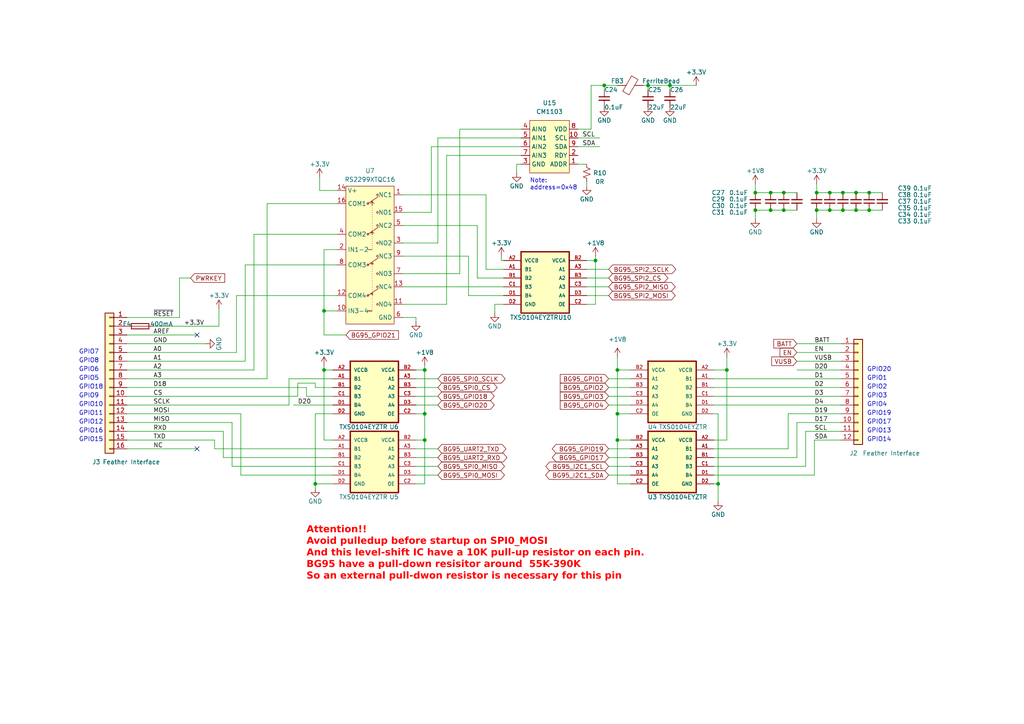
<source format=kicad_sch>
(kicad_sch (version 20230121) (generator eeschema)
  (paper "A4")
  (lib_symbols
    (symbol "Connector_Generic:Conn_01x12" (pin_names (offset 1.016) hide)
      (property "Reference" "J" (at 0 15.24 0))
      (property "Value" "Conn_01x12" (at 0 -17.78 0))
      (symbol "Conn_01x12_1_1"
        (rectangle (start -1.27 -15.113) (end 0 -15.367) (stroke (width 0.1524)))
        (rectangle (start -1.27 -12.573) (end 0 -12.827) (stroke (width 0.1524)))
        (rectangle (start -1.27 -10.033) (end 0 -10.287) (stroke (width 0.1524)))
        (rectangle (start -1.27 -7.493) (end 0 -7.747) (stroke (width 0.1524)))
        (rectangle (start -1.27 -4.953) (end 0 -5.207) (stroke (width 0.1524)))
        (rectangle (start -1.27 -2.413) (end 0 -2.667) (stroke (width 0.1524)))
        (rectangle (start -1.27 0.127) (end 0 -0.127) (stroke (width 0.1524)))
        (rectangle (start -1.27 2.667) (end 0 2.413) (stroke (width 0.1524)))
        (rectangle (start -1.27 5.207) (end 0 4.953) (stroke (width 0.1524)))
        (rectangle (start -1.27 7.747) (end 0 7.493) (stroke (width 0.1524)))
        (rectangle (start -1.27 10.287) (end 0 10.033) (stroke (width 0.1524)))
        (rectangle (start -1.27 12.827) (end 0 12.573) (stroke (width 0.1524)))
        (rectangle (start -1.27 13.97) (end 1.27 -16.51) (stroke (width 0.254)) (fill (type background)))
        (pin passive line (at -5.08 12.7 0) (length 3.81) (name "Pin_1") (number "1"))
        (pin passive line (at -5.08 -10.16 0) (length 3.81) (name "Pin_10") (number "10"))
        (pin passive line (at -5.08 -12.7 0) (length 3.81) (name "Pin_11") (number "11"))
        (pin passive line (at -5.08 -15.24 0) (length 3.81) (name "Pin_12") (number "12"))
        (pin passive line (at -5.08 10.16 0) (length 3.81) (name "Pin_2") (number "2"))
        (pin passive line (at -5.08 7.62 0) (length 3.81) (name "Pin_3") (number "3"))
        (pin passive line (at -5.08 5.08 0) (length 3.81) (name "Pin_4") (number "4"))
        (pin passive line (at -5.08 2.54 0) (length 3.81) (name "Pin_5") (number "5"))
        (pin passive line (at -5.08 0 0) (length 3.81) (name "Pin_6") (number "6"))
        (pin passive line (at -5.08 -2.54 0) (length 3.81) (name "Pin_7") (number "7"))
        (pin passive line (at -5.08 -5.08 0) (length 3.81) (name "Pin_8") (number "8"))
        (pin passive line (at -5.08 -7.62 0) (length 3.81) (name "Pin_9") (number "9"))
      )
    )
    (symbol "Connector_Generic:Conn_01x16" (pin_names (offset 1.016) hide)
      (property "Reference" "J" (at 0 20.32 0))
      (property "Value" "Conn_01x16" (at 0 -22.86 0))
      (symbol "Conn_01x16_1_1"
        (rectangle (start -1.27 -20.193) (end 0 -20.447) (stroke (width 0.1524)))
        (rectangle (start -1.27 -17.653) (end 0 -17.907) (stroke (width 0.1524)))
        (rectangle (start -1.27 -15.113) (end 0 -15.367) (stroke (width 0.1524)))
        (rectangle (start -1.27 -12.573) (end 0 -12.827) (stroke (width 0.1524)))
        (rectangle (start -1.27 -10.033) (end 0 -10.287) (stroke (width 0.1524)))
        (rectangle (start -1.27 -7.493) (end 0 -7.747) (stroke (width 0.1524)))
        (rectangle (start -1.27 -4.953) (end 0 -5.207) (stroke (width 0.1524)))
        (rectangle (start -1.27 -2.413) (end 0 -2.667) (stroke (width 0.1524)))
        (rectangle (start -1.27 0.127) (end 0 -0.127) (stroke (width 0.1524)))
        (rectangle (start -1.27 2.667) (end 0 2.413) (stroke (width 0.1524)))
        (rectangle (start -1.27 5.207) (end 0 4.953) (stroke (width 0.1524)))
        (rectangle (start -1.27 7.747) (end 0 7.493) (stroke (width 0.1524)))
        (rectangle (start -1.27 10.287) (end 0 10.033) (stroke (width 0.1524)))
        (rectangle (start -1.27 12.827) (end 0 12.573) (stroke (width 0.1524)))
        (rectangle (start -1.27 15.367) (end 0 15.113) (stroke (width 0.1524)))
        (rectangle (start -1.27 17.907) (end 0 17.653) (stroke (width 0.1524)))
        (rectangle (start -1.27 19.05) (end 1.27 -21.59) (stroke (width 0.254)) (fill (type background)))
        (pin passive line (at -5.08 17.78 0) (length 3.81) (name "Pin_1") (number "1"))
        (pin passive line (at -5.08 -5.08 0) (length 3.81) (name "Pin_10") (number "10"))
        (pin passive line (at -5.08 -7.62 0) (length 3.81) (name "Pin_11") (number "11"))
        (pin passive line (at -5.08 -10.16 0) (length 3.81) (name "Pin_12") (number "12"))
        (pin passive line (at -5.08 -12.7 0) (length 3.81) (name "Pin_13") (number "13"))
        (pin passive line (at -5.08 -15.24 0) (length 3.81) (name "Pin_14") (number "14"))
        (pin passive line (at -5.08 -17.78 0) (length 3.81) (name "Pin_15") (number "15"))
        (pin passive line (at -5.08 -20.32 0) (length 3.81) (name "Pin_16") (number "16"))
        (pin passive line (at -5.08 15.24 0) (length 3.81) (name "Pin_2") (number "2"))
        (pin passive line (at -5.08 12.7 0) (length 3.81) (name "Pin_3") (number "3"))
        (pin passive line (at -5.08 10.16 0) (length 3.81) (name "Pin_4") (number "4"))
        (pin passive line (at -5.08 7.62 0) (length 3.81) (name "Pin_5") (number "5"))
        (pin passive line (at -5.08 5.08 0) (length 3.81) (name "Pin_6") (number "6"))
        (pin passive line (at -5.08 2.54 0) (length 3.81) (name "Pin_7") (number "7"))
        (pin passive line (at -5.08 0 0) (length 3.81) (name "Pin_8") (number "8"))
        (pin passive line (at -5.08 -2.54 0) (length 3.81) (name "Pin_9") (number "9"))
      )
    )
    (symbol "Device:C_Small" (pin_numbers hide) (pin_names (offset 0.254) hide)
      (property "Reference" "C" (at 0.254 1.778 0))
      (property "Value" "C_Small" (at 0.254 -2.032 0))
      (symbol "C_Small_0_1"
        (polyline (pts (xy -1.524 -0.508) (xy 1.524 -0.508)) (stroke (width 0.3302)))
        (polyline (pts (xy -1.524 0.508) (xy 1.524 0.508)) (stroke (width 0.3048)))
      )
      (symbol "C_Small_1_1"
        (pin passive line (at 0 2.54 270) (length 2.032) (name "~") (number "1"))
        (pin passive line (at 0 -2.54 90) (length 2.032) (name "~") (number "2"))
      )
    )
    (symbol "Device:FerriteBead" (pin_numbers hide) (pin_names (offset 0))
      (property "Reference" "FB" (at -3.81 0.635 90))
      (property "Value" "FerriteBead" (at 3.81 0 90))
      (symbol "FerriteBead_0_1"
        (polyline (pts (xy 0 -1.27) (xy 0 -1.2192)))
        (polyline (pts (xy 0 1.27) (xy 0 1.2954)))
        (polyline (pts (xy -2.7686 0.4064) (xy -1.7018 2.2606) (xy 2.7686 -0.3048) (xy 1.6764 -2.159) (xy -2.7686 0.4064)))
      )
      (symbol "FerriteBead_1_1"
        (pin passive line (at 0 3.81 270) (length 2.54) (name "~") (number "1"))
        (pin passive line (at 0 -3.81 90) (length 2.54) (name "~") (number "2"))
      )
    )
    (symbol "Device:Fuse" (pin_numbers hide) (pin_names (offset 0))
      (property "Reference" "F" (at 2.032 0 90))
      (property "Value" "Fuse" (at -1.905 0 90))
      (symbol "Fuse_0_1"
        (rectangle (start -0.762 -2.54) (end 0.762 2.54) (stroke (width 0.254)))
        (polyline (pts (xy 0 2.54) (xy 0 -2.54)))
      )
      (symbol "Fuse_1_1"
        (pin passive line (at 0 3.81 270) (length 1.27) (name "~") (number "1"))
        (pin passive line (at 0 -3.81 90) (length 1.27) (name "~") (number "2"))
      )
    )
    (symbol "Device:R_Small_US" (pin_numbers hide) (pin_names (offset 0.254) hide)
      (property "Reference" "R" (at 0.762 0.508 0))
      (property "Value" "R_Small_US" (at 0.762 -1.016 0))
      (symbol "R_Small_US_1_1"
        (polyline (pts (xy 0 0) (xy 1.016 -0.381) (xy 0 -0.762) (xy -1.016 -1.143) (xy 0 -1.524)))
        (polyline (pts (xy 0 1.524) (xy 1.016 1.143) (xy 0 0.762) (xy -1.016 0.381) (xy 0 0)))
        (pin passive line (at 0 2.54 270) (length 1.016) (name "~") (number "1"))
        (pin passive line (at 0 -2.54 90) (length 1.016) (name "~") (number "2"))
      )
    )
    (symbol "TXS0104EYZTR_1" (pin_names (offset 1.016))
      (property "Reference" "U10" (at -5.08 -10.16 0))
      (property "Value" "TXS0104EYZTR" (at 3.81 -10.16 0))
      (symbol "TXS0104EYZTR_1_0_0"
        (rectangle (start -6.35 8.89) (end 7.62 -8.89) (stroke (width 0.41)) (fill (type background)))
      )
      (symbol "TXS0104EYZTR_1_1_0"
        (pin bidirectional line (at 12.7 3.81 180) (length 5.08) (name "B1") (number "A1"))
        (pin power_in line (at 12.7 6.35 180) (length 5.08) (name "VCCB") (number "A2"))
        (pin bidirectional line (at -11.43 3.81 0) (length 5.08) (name "A1") (number "A3"))
        (pin bidirectional line (at 12.7 1.27 180) (length 5.08) (name "B2") (number "B1"))
        (pin power_in line (at -11.43 6.35 0) (length 5.08) (name "VCCA") (number "B2"))
        (pin bidirectional line (at -11.43 1.27 0) (length 5.08) (name "A2") (number "B3"))
        (pin bidirectional line (at 12.7 -1.27 180) (length 5.08) (name "B3") (number "C1"))
        (pin input line (at -11.43 -6.35 0) (length 5.08) (name "OE") (number "C2"))
        (pin bidirectional line (at -11.43 -1.27 0) (length 5.08) (name "A3") (number "C3"))
        (pin bidirectional line (at 12.7 -3.81 180) (length 5.08) (name "B4") (number "D1"))
        (pin power_in line (at 12.7 -6.35 180) (length 5.08) (name "GND") (number "D2"))
        (pin bidirectional line (at -11.43 -3.81 0) (length 5.08) (name "A4") (number "D3"))
      )
    )
    (symbol "mylib:CM1103"
      (property "Reference" "U" (at -15.24 -10.16 0))
      (property "Value" "CM1103" (at -8.89 -10.16 0))
      (symbol "CM1103_1_1"
        (rectangle (start -16.51 6.35) (end -5.08 -8.89) (fill (type background)))
        (pin input line (at -2.54 -6.35 180) (length 2.54) (name "ADDR") (number "1"))
        (pin input line (at -2.54 1.27 180) (length 2.54) (name "SCL") (number "10"))
        (pin input line (at -2.54 -3.81 180) (length 2.54) (name "RDY") (number "2"))
        (pin input line (at -19.05 -6.35 0) (length 2.54) (name "GND") (number "3"))
        (pin input line (at -19.05 3.81 0) (length 2.54) (name "AIN0") (number "4"))
        (pin input line (at -19.05 1.27 0) (length 2.54) (name "AIN1") (number "5"))
        (pin input line (at -19.05 -1.27 0) (length 2.54) (name "AIN2") (number "6"))
        (pin input line (at -19.05 -3.81 0) (length 2.54) (name "AIN3") (number "7"))
        (pin input line (at -2.54 3.81 180) (length 2.54) (name "VDD") (number "8"))
        (pin input line (at -2.54 -1.27 180) (length 2.54) (name "SDA") (number "9"))
      )
    )
    (symbol "mylib:RS2299XTQC16"
      (property "Reference" "U" (at 1.778 41.656 0))
      (property "Value" "RS2299XTQC16" (at 10.668 41.656 0))
      (symbol "RS2299XTQC16_1_1"
        (polyline (pts (xy 6.35 8.255) (xy 9.398 10.287)))
        (polyline (pts (xy 6.35 17.145) (xy 9.398 19.177)))
        (polyline (pts (xy 6.35 26.035) (xy 9.398 28.067)))
        (polyline (pts (xy 6.35 34.925) (xy 9.398 36.957)))
        (polyline (pts (xy 7.493 3.81) (xy 6.477 3.81)))
        (polyline (pts (xy 7.62 3.81) (xy 6.35 3.81)))
        (polyline (pts (xy 7.62 8.89) (xy 7.366 8.636)))
        (polyline (pts (xy 7.62 8.89) (xy 7.62 8.382)))
        (polyline (pts (xy 7.62 8.89) (xy 7.874 8.636)))
        (polyline (pts (xy 7.62 17.653) (xy 7.62 17.145)))
        (polyline (pts (xy 7.62 17.78) (xy 7.239 17.399)))
        (polyline (pts (xy 7.62 17.78) (xy 8.001 17.399)))
        (polyline (pts (xy 7.62 21.59) (xy 6.35 21.59)))
        (polyline (pts (xy 7.62 26.67) (xy 7.62 25.908)))
        (polyline (pts (xy 7.62 26.797) (xy 7.239 26.289)))
        (polyline (pts (xy 7.62 26.797) (xy 8.128 26.289)))
        (polyline (pts (xy 7.62 35.433) (xy 7.62 34.417)))
        (polyline (pts (xy 7.62 35.56) (xy 7.112 34.925)))
        (polyline (pts (xy 7.62 35.56) (xy 7.62 35.56)))
        (polyline (pts (xy 7.62 35.56) (xy 8.128 34.925)))
        (polyline (pts (xy 7.62 17.78) (xy 7.62 3.81) (xy 6.35 3.81)) (stroke (width 0) (type dot)))
        (polyline (pts (xy 7.62 35.56) (xy 7.62 21.59) (xy 6.35 21.59)) (stroke (width 0) (type dot)))
        (rectangle (start 0 40.005) (end 13.97 0) (fill (type background)))
        (circle (center 6.35 8.255) (radius 0.254))
        (circle (center 6.35 17.145) (radius 0.254))
        (circle (center 6.35 26.035) (radius 0.254))
        (circle (center 6.35 34.925) (radius 0.254))
        (circle (center 9.144 5.715) (radius 0.254))
        (circle (center 9.144 10.795) (radius 0.254))
        (circle (center 9.144 14.605) (radius 0.254))
        (circle (center 9.144 19.685) (radius 0.254))
        (circle (center 9.144 23.495) (radius 0.254))
        (circle (center 9.144 28.575) (radius 0.254))
        (circle (center 9.144 32.385) (radius 0.254))
        (circle (center 9.144 37.465) (radius 0.254))
        (pin input line (at 16.51 37.465 180) (length 2.54) (name "NC1") (number "1"))
        (pin input line (at -2.54 3.81 0) (length 2.54) (name "IN3-4") (number "10"))
        (pin input line (at 16.51 5.715 180) (length 2.54) (name "NO4") (number "11"))
        (pin input line (at -2.54 8.255 0) (length 2.54) (name "COM4") (number "12"))
        (pin input line (at 16.51 10.795 180) (length 2.54) (name "NC4") (number "13"))
        (pin input line (at -2.54 38.735 0) (length 2.54) (name "V+") (number "14"))
        (pin input line (at 16.51 32.385 180) (length 2.54) (name "NO1") (number "15"))
        (pin input line (at -2.54 34.925 0) (length 2.54) (name "COM1") (number "16"))
        (pin input line (at -2.54 21.59 0) (length 2.54) (name "IN1-2") (number "2"))
        (pin input line (at 16.51 23.495 180) (length 2.54) (name "NO2") (number "3"))
        (pin input line (at -2.54 26.035 0) (length 2.54) (name "COM2") (number "4"))
        (pin input line (at 16.51 28.575 180) (length 2.54) (name "NC2") (number "5"))
        (pin input line (at 16.51 1.905 180) (length 2.54) (name "GND") (number "6"))
        (pin input line (at 16.51 14.605 180) (length 2.54) (name "NO3") (number "7"))
        (pin input line (at -2.54 17.145 0) (length 2.54) (name "COM3") (number "8"))
        (pin input line (at 16.51 19.685 180) (length 2.54) (name "NC3") (number "9"))
      )
    )
    (symbol "mylib:TXS0104EYZTR" (pin_names (offset 1.016))
      (property "Reference" "U3" (at 0 22.86 0))
      (property "Value" "TXS0104EYZTR" (at 0 20.32 0))
      (symbol "TXS0104EYZTR_0_0"
        (rectangle (start -6.35 8.89) (end 7.62 -8.89) (stroke (width 0.41)) (fill (type background)))
        (pin bidirectional line (at 12.7 3.81 180) (length 5.08) (name "B1") (number "A1"))
        (pin power_in line (at 12.7 6.35 180) (length 5.08) (name "VCCB") (number "A2"))
        (pin bidirectional line (at -11.43 3.81 0) (length 5.08) (name "A1") (number "A3"))
        (pin bidirectional line (at 12.7 1.27 180) (length 5.08) (name "B2") (number "B1"))
        (pin power_in line (at -11.43 6.35 0) (length 5.08) (name "VCCA") (number "B2"))
        (pin bidirectional line (at -11.43 1.27 0) (length 5.08) (name "A2") (number "B3"))
        (pin bidirectional line (at 12.7 -1.27 180) (length 5.08) (name "B3") (number "C1"))
        (pin input line (at -11.43 -6.35 0) (length 5.08) (name "OE") (number "C2"))
        (pin bidirectional line (at -11.43 -1.27 0) (length 5.08) (name "A3") (number "C3"))
        (pin bidirectional line (at 12.7 -3.81 180) (length 5.08) (name "B4") (number "D1"))
        (pin power_in line (at 12.7 -6.35 180) (length 5.08) (name "GND") (number "D2"))
        (pin bidirectional line (at -11.43 -3.81 0) (length 5.08) (name "A4") (number "D3"))
      )
    )
    (symbol "power:+1V8" (power) (pin_names (offset 0))
      (property "Value" "+1V8" (at 0 3.556 0))
      (symbol "+1V8_0_1"
        (polyline (pts (xy -0.762 1.27) (xy 0 2.54)))
        (polyline (pts (xy 0 0) (xy 0 2.54)))
        (polyline (pts (xy 0 2.54) (xy 0.762 1.27)))
      )
      (symbol "+1V8_1_1"
        (pin power_in line (at 0 0 90) (length 0) hide (name "+1V8") (number "1"))
      )
    )
    (symbol "power:+3.3V" (power) (pin_names (offset 0))
      (property "Value" "+3.3V" (at 0 3.556 0))
      (symbol "+3.3V_0_1"
        (polyline (pts (xy -0.762 1.27) (xy 0 2.54)))
        (polyline (pts (xy 0 0) (xy 0 2.54)))
        (polyline (pts (xy 0 2.54) (xy 0.762 1.27)))
      )
      (symbol "+3.3V_1_1"
        (pin power_in line (at 0 0 90) (length 0) hide (name "+3.3V") (number "1"))
      )
    )
    (symbol "power:GND" (power) (pin_names (offset 0))
      (property "Value" "GND" (at 0 -3.81 0))
      (symbol "GND_0_1"
        (polyline (pts (xy 0 0) (xy 0 -1.27) (xy 1.27 -1.27) (xy 0 -2.54) (xy -1.27 -1.27) (xy 0 -1.27)))
      )
      (symbol "GND_1_1"
        (pin power_in line (at 0 0 270) (length 0) hide (name "GND") (number "1"))
      )
    )
  )
  (junction (at 244.475 55.88))
  (junction (at 123.19 127.635))
  (junction (at 248.285 60.96))
  (junction (at 223.52 55.88))
  (junction (at 179.07 120.015))
  (junction (at 123.19 120.015))
  (junction (at 223.52 60.96))
  (junction (at 227.33 60.96))
  (junction (at 91.44 140.335))
  (junction (at 123.19 107.315))
  (junction (at 175.26 24.765))
  (junction (at 240.665 55.88))
  (junction (at 252.095 55.88))
  (junction (at 179.07 107.315))
  (junction (at 210.82 107.315))
  (junction (at 244.475 60.96))
  (junction (at 208.28 140.335))
  (junction (at 248.285 55.88))
  (junction (at 240.665 60.96))
  (junction (at 252.095 60.96))
  (junction (at 179.07 127.635))
  (junction (at 93.98 107.315))
  (junction (at 172.72 75.565))
  (junction (at 227.33 55.88))
  (junction (at 93.98 90.17))
  (junction (at 236.855 55.88))
  (junction (at 194.31 24.765))
  (junction (at 187.96 24.765))
  (junction (at 219.075 55.88))
  (junction (at 236.855 60.96))
  (junction (at 219.075 60.96))
  (no_connect (at 57.15 97.155))
  (no_connect (at 57.15 130.175))
  (wire (pts (xy 138.43 65.405) (xy 138.43 80.645)))
  (wire (pts (xy 240.665 60.96) (xy 244.475 60.96)))
  (wire (pts (xy 97.79 72.39) (xy 93.98 72.39)))
  (wire (pts (xy 170.18 88.265) (xy 172.72 88.265)))
  (wire (pts (xy 71.12 104.775) (xy 71.12 76.835)))
  (wire (pts (xy 120.65 130.175) (xy 127 130.175)))
  (wire (pts (xy 116.84 92.075) (xy 120.65 92.075)))
  (wire (pts (xy 143.51 90.805) (xy 143.51 88.265)))
  (wire (pts (xy 207.01 109.855) (xy 243.84 109.855)))
  (wire (pts (xy 93.98 90.17) (xy 97.79 90.17)))
  (wire (pts (xy 210.82 103.505) (xy 210.82 107.315)))
  (wire (pts (xy 135.89 74.295) (xy 116.84 74.295)))
  (wire (pts (xy 187.96 24.765) (xy 194.31 24.765)))
  (wire (pts (xy 91.44 111.125) (xy 91.44 112.395)))
  (wire (pts (xy 146.05 78.105) (xy 140.97 78.105)))
  (wire (pts (xy 176.53 112.395) (xy 182.88 112.395)))
  (wire (pts (xy 120.65 120.015) (xy 123.19 120.015)))
  (wire (pts (xy 167.64 37.465) (xy 171.45 37.465)))
  (wire (pts (xy 93.98 107.315) (xy 93.98 127.635)))
  (wire (pts (xy 93.98 97.155) (xy 100.33 97.155)))
  (wire (pts (xy 171.45 37.465) (xy 171.45 24.765)))
  (wire (pts (xy 123.19 120.015) (xy 123.19 107.315)))
  (wire (pts (xy 207.01 130.175) (xy 228.6 130.175)))
  (wire (pts (xy 231.14 107.315) (xy 243.84 107.315)))
  (wire (pts (xy 140.97 78.105) (xy 140.97 56.515)))
  (wire (pts (xy 240.665 55.88) (xy 244.475 55.88)))
  (wire (pts (xy 208.28 120.015) (xy 208.28 140.335)))
  (wire (pts (xy 120.65 92.075) (xy 120.65 93.345)))
  (wire (pts (xy 116.84 70.485) (xy 127 70.485)))
  (wire (pts (xy 176.53 114.935) (xy 182.88 114.935)))
  (wire (pts (xy 133.35 79.375) (xy 133.35 37.465)))
  (wire (pts (xy 77.47 59.055) (xy 97.79 59.055)))
  (wire (pts (xy 207.01 140.335) (xy 208.28 140.335)))
  (wire (pts (xy 86.36 114.935) (xy 86.36 111.125)))
  (wire (pts (xy 170.18 78.105) (xy 176.53 78.105)))
  (wire (pts (xy 176.53 117.475) (xy 182.88 117.475)))
  (wire (pts (xy 125.095 61.595) (xy 125.095 42.545)))
  (wire (pts (xy 179.07 140.335) (xy 179.07 127.635)))
  (wire (pts (xy 231.14 132.715) (xy 231.14 122.555)))
  (wire (pts (xy 64.77 132.715) (xy 96.52 132.715)))
  (wire (pts (xy 145.415 75.565) (xy 146.05 75.565)))
  (wire (pts (xy 36.83 109.855) (xy 77.47 109.855)))
  (wire (pts (xy 231.14 122.555) (xy 243.84 122.555)))
  (wire (pts (xy 85.09 117.475) (xy 96.52 117.475)))
  (wire (pts (xy 52.07 92.075) (xy 36.83 92.075)))
  (wire (pts (xy 236.855 60.96) (xy 236.855 63.5)))
  (wire (pts (xy 207.01 114.935) (xy 243.84 114.935)))
  (wire (pts (xy 187.96 24.765) (xy 187.96 26.035)))
  (wire (pts (xy 36.83 130.175) (xy 57.15 130.175)))
  (wire (pts (xy 182.88 140.335) (xy 179.07 140.335)))
  (wire (pts (xy 186.69 24.765) (xy 187.96 24.765)))
  (wire (pts (xy 248.285 60.96) (xy 252.095 60.96)))
  (wire (pts (xy 88.9 114.935) (xy 96.52 114.935)))
  (wire (pts (xy 135.89 74.295) (xy 135.89 85.725)))
  (wire (pts (xy 63.5 89.535) (xy 63.5 94.615)))
  (wire (pts (xy 145.415 74.295) (xy 145.415 75.565)))
  (wire (pts (xy 62.23 130.175) (xy 96.52 130.175)))
  (wire (pts (xy 36.83 102.235) (xy 68.58 102.235)))
  (wire (pts (xy 236.855 55.88) (xy 240.665 55.88)))
  (wire (pts (xy 210.82 107.315) (xy 210.82 127.635)))
  (wire (pts (xy 233.68 135.255) (xy 233.68 125.095)))
  (wire (pts (xy 96.52 120.015) (xy 91.44 120.015)))
  (wire (pts (xy 127 40.005) (xy 151.13 40.005)))
  (wire (pts (xy 223.52 60.96) (xy 227.33 60.96)))
  (wire (pts (xy 73.66 67.945) (xy 97.79 67.945)))
  (wire (pts (xy 116.84 83.185) (xy 146.05 83.185)))
  (wire (pts (xy 88.9 112.395) (xy 88.9 114.935)))
  (wire (pts (xy 123.19 127.635) (xy 123.19 120.015)))
  (wire (pts (xy 120.65 132.715) (xy 127 132.715)))
  (wire (pts (xy 120.65 127.635) (xy 123.19 127.635)))
  (wire (pts (xy 71.12 76.835) (xy 97.79 76.835)))
  (wire (pts (xy 170.18 85.725) (xy 176.53 85.725)))
  (wire (pts (xy 120.65 140.335) (xy 123.19 140.335)))
  (wire (pts (xy 83.82 109.855) (xy 96.52 109.855)))
  (wire (pts (xy 176.53 130.175) (xy 182.88 130.175)))
  (wire (pts (xy 176.53 109.855) (xy 182.88 109.855)))
  (wire (pts (xy 92.71 55.245) (xy 92.71 51.435)))
  (wire (pts (xy 127 70.485) (xy 127 40.005)))
  (wire (pts (xy 83.82 117.475) (xy 83.82 109.855)))
  (wire (pts (xy 69.85 120.015) (xy 69.85 137.795)))
  (wire (pts (xy 167.64 47.625) (xy 170.18 47.625)))
  (wire (pts (xy 127 114.935) (xy 120.65 114.935)))
  (wire (pts (xy 91.44 140.335) (xy 96.52 140.335)))
  (wire (pts (xy 227.33 60.96) (xy 231.14 60.96)))
  (wire (pts (xy 207.01 117.475) (xy 243.84 117.475)))
  (wire (pts (xy 179.07 120.015) (xy 179.07 107.315)))
  (wire (pts (xy 93.98 90.17) (xy 93.98 97.155)))
  (wire (pts (xy 91.44 120.015) (xy 91.44 140.335)))
  (wire (pts (xy 151.13 45.085) (xy 129.54 45.085)))
  (wire (pts (xy 252.095 60.96) (xy 255.905 60.96)))
  (wire (pts (xy 64.77 125.095) (xy 64.77 132.715)))
  (wire (pts (xy 129.54 45.085) (xy 129.54 88.265)))
  (wire (pts (xy 36.83 104.775) (xy 71.12 104.775)))
  (wire (pts (xy 244.475 60.96) (xy 248.285 60.96)))
  (wire (pts (xy 223.52 55.88) (xy 227.33 55.88)))
  (wire (pts (xy 179.07 107.315) (xy 182.88 107.315)))
  (wire (pts (xy 120.65 135.255) (xy 127 135.255)))
  (wire (pts (xy 36.83 117.475) (xy 83.82 117.475)))
  (wire (pts (xy 143.51 88.265) (xy 146.05 88.265)))
  (wire (pts (xy 172.72 74.295) (xy 172.72 75.565)))
  (wire (pts (xy 167.64 40.005) (xy 173.99 40.005)))
  (wire (pts (xy 207.01 135.255) (xy 233.68 135.255)))
  (wire (pts (xy 123.19 140.335) (xy 123.19 127.635)))
  (wire (pts (xy 151.13 47.625) (xy 149.86 47.625)))
  (wire (pts (xy 93.98 72.39) (xy 93.98 90.17)))
  (wire (pts (xy 120.65 107.315) (xy 123.19 107.315)))
  (wire (pts (xy 129.54 88.265) (xy 116.84 88.265)))
  (wire (pts (xy 219.075 60.96) (xy 219.075 63.5)))
  (wire (pts (xy 52.07 80.645) (xy 55.245 80.645)))
  (wire (pts (xy 219.075 55.88) (xy 223.52 55.88)))
  (wire (pts (xy 93.98 127.635) (xy 96.52 127.635)))
  (wire (pts (xy 207.01 112.395) (xy 243.84 112.395)))
  (wire (pts (xy 123.19 107.315) (xy 123.19 106.045)))
  (wire (pts (xy 86.36 111.125) (xy 91.44 111.125)))
  (wire (pts (xy 67.31 122.555) (xy 67.31 135.255)))
  (wire (pts (xy 194.31 24.765) (xy 194.31 26.035)))
  (wire (pts (xy 120.65 112.395) (xy 127 112.395)))
  (wire (pts (xy 207.01 120.015) (xy 208.28 120.015)))
  (wire (pts (xy 170.18 80.645) (xy 176.53 80.645)))
  (wire (pts (xy 170.18 53.975) (xy 170.18 52.705)))
  (wire (pts (xy 236.855 60.96) (xy 240.665 60.96)))
  (wire (pts (xy 36.83 114.935) (xy 86.36 114.935)))
  (wire (pts (xy 68.58 85.725) (xy 97.79 85.725)))
  (wire (pts (xy 36.83 107.315) (xy 73.66 107.315)))
  (wire (pts (xy 93.98 107.315) (xy 96.52 107.315)))
  (wire (pts (xy 171.45 24.765) (xy 175.26 24.765)))
  (wire (pts (xy 182.88 127.635) (xy 179.07 127.635)))
  (wire (pts (xy 233.68 125.095) (xy 243.84 125.095)))
  (wire (pts (xy 138.43 80.645) (xy 146.05 80.645)))
  (wire (pts (xy 179.07 120.015) (xy 182.88 120.015)))
  (wire (pts (xy 179.07 127.635) (xy 179.07 120.015)))
  (wire (pts (xy 175.26 24.765) (xy 179.07 24.765)))
  (wire (pts (xy 116.84 61.595) (xy 125.095 61.595)))
  (wire (pts (xy 236.855 53.34) (xy 236.855 55.88)))
  (wire (pts (xy 228.6 130.175) (xy 228.6 120.015)))
  (wire (pts (xy 36.83 99.695) (xy 59.69 99.695)))
  (wire (pts (xy 219.075 53.34) (xy 219.075 55.88)))
  (wire (pts (xy 236.22 137.795) (xy 236.22 127.635)))
  (wire (pts (xy 77.47 59.055) (xy 77.47 109.855)))
  (wire (pts (xy 248.285 55.88) (xy 252.095 55.88)))
  (wire (pts (xy 140.97 56.515) (xy 116.84 56.515)))
  (wire (pts (xy 208.28 140.335) (xy 208.28 145.415)))
  (wire (pts (xy 125.095 42.545) (xy 151.13 42.545)))
  (wire (pts (xy 135.89 85.725) (xy 146.05 85.725)))
  (wire (pts (xy 170.18 83.185) (xy 176.53 83.185)))
  (wire (pts (xy 207.01 137.795) (xy 236.22 137.795)))
  (wire (pts (xy 231.14 99.695) (xy 243.84 99.695)))
  (wire (pts (xy 252.095 55.88) (xy 255.905 55.88)))
  (wire (pts (xy 207.01 127.635) (xy 210.82 127.635)))
  (wire (pts (xy 149.86 47.625) (xy 149.86 50.165)))
  (wire (pts (xy 176.53 135.255) (xy 182.88 135.255)))
  (wire (pts (xy 176.53 137.795) (xy 182.88 137.795)))
  (wire (pts (xy 97.79 55.245) (xy 92.71 55.245)))
  (wire (pts (xy 207.01 132.715) (xy 231.14 132.715)))
  (wire (pts (xy 138.43 65.405) (xy 116.84 65.405)))
  (wire (pts (xy 207.01 107.315) (xy 210.82 107.315)))
  (wire (pts (xy 93.98 106.045) (xy 93.98 107.315)))
  (wire (pts (xy 231.14 104.775) (xy 243.84 104.775)))
  (wire (pts (xy 228.6 120.015) (xy 243.84 120.015)))
  (wire (pts (xy 179.07 107.315) (xy 179.07 103.505)))
  (wire (pts (xy 120.65 117.475) (xy 127 117.475)))
  (wire (pts (xy 36.83 125.095) (xy 64.77 125.095)))
  (wire (pts (xy 120.65 109.855) (xy 127 109.855)))
  (wire (pts (xy 36.83 97.155) (xy 57.15 97.155)))
  (wire (pts (xy 244.475 55.88) (xy 248.285 55.88)))
  (wire (pts (xy 36.83 122.555) (xy 67.31 122.555)))
  (wire (pts (xy 167.64 42.545) (xy 173.99 42.545)))
  (wire (pts (xy 231.14 102.235) (xy 243.84 102.235)))
  (wire (pts (xy 69.85 137.795) (xy 96.52 137.795)))
  (wire (pts (xy 73.66 107.315) (xy 73.66 67.945)))
  (wire (pts (xy 44.45 94.615) (xy 63.5 94.615)))
  (wire (pts (xy 67.31 135.255) (xy 96.52 135.255)))
  (wire (pts (xy 36.83 120.015) (xy 69.85 120.015)))
  (wire (pts (xy 62.23 127.635) (xy 62.23 130.175)))
  (wire (pts (xy 227.33 55.88) (xy 231.14 55.88)))
  (wire (pts (xy 172.72 88.265) (xy 172.72 75.565)))
  (wire (pts (xy 236.22 127.635) (xy 243.84 127.635)))
  (wire (pts (xy 133.35 37.465) (xy 151.13 37.465)))
  (wire (pts (xy 219.075 60.96) (xy 223.52 60.96)))
  (wire (pts (xy 120.65 137.795) (xy 127 137.795)))
  (wire (pts (xy 175.26 24.765) (xy 175.26 26.035)))
  (wire (pts (xy 194.31 24.765) (xy 201.93 24.765)))
  (wire (pts (xy 172.72 75.565) (xy 170.18 75.565)))
  (wire (pts (xy 68.58 102.235) (xy 68.58 85.725)))
  (wire (pts (xy 91.44 112.395) (xy 96.52 112.395)))
  (wire (pts (xy 36.83 112.395) (xy 88.9 112.395)))
  (wire (pts (xy 176.53 132.715) (xy 182.88 132.715)))
  (wire (pts (xy 52.07 80.645) (xy 52.07 92.075)))
  (wire (pts (xy 91.44 140.335) (xy 91.44 141.605)))
  (wire (pts (xy 36.83 127.635) (xy 62.23 127.635)))
  (wire (pts (xy 116.84 79.375) (xy 133.35 79.375)))
  (text "GPIO8" (at 22.86 105.41 0) (effects (font (size 1.27 1.27)) (justify left bottom)))
  (text "GPIO10" (at 22.86 118.11 0) (effects (font (size 1.27 1.27)) (justify left bottom)))
  (text "GPIO9" (at 22.86 115.57 0) (effects (font (size 1.27 1.27)) (justify left bottom)))
  (text "GPIO13\n" (at 251.46 125.73 0) (effects (font (size 1.27 1.27)) (justify left bottom)))
  (text "GPIO14\n" (at 251.46 128.27 0) (effects (font (size 1.27 1.27)) (justify left bottom)))
  (text "GPIO12\n" (at 22.86 123.19 0) (effects (font (size 1.27 1.27)) (justify left bottom)))
  (text "GPIO3" (at 251.46 115.57 0) (effects (font (size 1.27 1.27)) (justify left bottom)))
  (text "GPIO18" (at 22.86 113.03 0) (effects (font (size 1.27 1.27)) (justify left bottom)))
  (text "GPIO5" (at 22.86 110.49 0) (effects (font (size 1.27 1.27)) (justify left bottom)))
  (text "GPIO4" (at 251.46 118.11 0) (effects (font (size 1.27 1.27)) (justify left bottom)))
  (text "Note:\naddress=0x48" (at 153.67 55.245 0) (effects (font (size 1.27 1.27)) (justify left bottom)))
  (text "GPIO6" (at 22.86 107.95 0) (effects (font (size 1.27 1.27)) (justify left bottom)))
  (text "GPIO20\n" (at 251.46 107.95 0) (effects (font (size 1.27 1.27)) (justify left bottom)))
  (text "GPIO17\n" (at 251.46 123.19 0) (effects (font (size 1.27 1.27)) (justify left bottom)))
  (text "GPIO15\n" (at 22.86 128.27 0) (effects (font (size 1.27 1.27)) (justify left bottom)))
  (text "GPIO16" (at 22.86 125.73 0) (effects (font (size 1.27 1.27)) (justify left bottom)))
  (text "GPIO2" (at 251.46 113.03 0) (effects (font (size 1.27 1.27)) (justify left bottom)))
  (text "GPIO19" (at 251.46 120.65 0) (effects (font (size 1.27 1.27)) (justify left bottom)))
  (text "GPIO1" (at 251.46 110.49 0) (effects (font (size 1.27 1.27)) (justify left bottom)))
  (text "GPIO7\n" (at 22.86 102.87 0) (effects (font (size 1.27 1.27)) (justify left bottom)))
  (text "Attention!! \nAvoid pulledup before startup on SPI0_MOSI\nAnd this level-shift IC have a 10K pull-up resistor on each pin.\nBG95 have a pull-down resisitor around  55K-390K\nSo an external pull-dwon resistor is necessary for this pin\n" (at 88.9 168.91 0) (effects (font (size 2 2) (thickness 0.254) bold) (justify left bottom)))
  (text "GPIO11\n" (at 22.86 120.65 0) (effects (font (size 1.27 1.27)) (justify left bottom)))
  (label "RXD" (at 44.45 125.095 0))
  (label "SCLK" (at 44.45 117.475 0))
  (label "D20" (at 236.22 107.315 0))
  (label "D18" (at 44.45 112.395 0))
  (label "A3" (at 44.45 109.855 0))
  (label "D1" (at 236.22 109.855 0))
  (label "D17" (at 236.22 122.555 0))
  (label "D20" (at 86.36 117.475 0))
  (label "CS" (at 44.45 114.935 0))
  (label "D3" (at 236.22 114.935 0))
  (label "A1" (at 44.45 104.775 0))
  (label "AREF" (at 44.45 97.155 0))
  (label "BATT" (at 236.22 99.695 0))
  (label "D4" (at 236.22 117.475 0))
  (label "A2" (at 44.45 107.315 0))
  (label "SCL" (at 236.22 125.095 0))
  (label "NC" (at 44.45 130.175 0))
  (label "MOSI" (at 44.45 120.015 0))
  (label "A0" (at 44.45 102.235 0))
  (label "TXD" (at 44.45 127.635 0))
  (label "SCL" (at 168.91 40.005 0))
  (label "MISO" (at 44.45 122.555 0))
  (label "+3.3V" (at 53.34 94.615 0))
  (label "SDA" (at 168.91 42.545 0))
  (label "D2" (at 236.22 112.395 0))
  (label "GND" (at 44.45 99.695 0))
  (label "EN" (at 236.22 102.235 0))
  (label "D19" (at 236.22 120.015 0))
  (label "SDA" (at 236.22 127.635 0))
  (label "~{RESET}" (at 44.45 92.075 0))
  (label "VUSB" (at 236.22 104.775 0))
  (global_label "BG95_GPIO20" (shape bidirectional) (at 127 117.475 0) (property "Intersheetrefs" "${INTERSHEET_REFS}" (effects hide)))
  (global_label "BATT" (shape input) (at 231.14 99.695 180) (property "Intersheetrefs" "${INTERSHEET_REFS}" (effects hide)))
  (global_label "BG95_SPI0_CS" (shape bidirectional) (at 127 112.395 0) (property "Intersheetrefs" "${INTERSHEET_REFS}" (effects hide)))
  (global_label "BG95_UART2_RXD" (shape bidirectional) (at 127 132.715 0) (property "Intersheetrefs" "${INTERSHEET_REFS}" (effects hide)))
  (global_label "VUSB" (shape input) (at 231.14 104.775 180) (property "Intersheetrefs" "${INTERSHEET_REFS}" (effects hide)))
  (global_label "BG95_GPIO17" (shape bidirectional) (at 176.53 132.715 180) (property "Intersheetrefs" "${INTERSHEET_REFS}" (effects hide)))
  (global_label "PWRKEY" (shape input) (at 55.245 80.645 0) (property "Intersheetrefs" "${INTERSHEET_REFS}" (effects hide)))
  (global_label "BG95_GPIO18" (shape bidirectional) (at 127 114.935 0) (property "Intersheetrefs" "${INTERSHEET_REFS}" (effects hide)))
  (global_label "BG95_GPIO2" (shape input) (at 176.53 112.395 180) (property "Intersheetrefs" "${INTERSHEET_REFS}" (effects hide)))
  (global_label "BG95_UART2_TXD" (shape bidirectional) (at 127 130.175 0) (property "Intersheetrefs" "${INTERSHEET_REFS}" (effects hide)))
  (global_label "BG95_GPIO21" (shape input) (at 100.33 97.155 0) (property "Intersheetrefs" "${INTERSHEET_REFS}" (effects hide)))
  (global_label "BG95_SPI0_SCLK" (shape bidirectional) (at 127 109.855 0) (property "Intersheetrefs" "${INTERSHEET_REFS}" (effects hide)))
  (global_label "BG95_SPI0_MOSI" (shape bidirectional) (at 127 137.795 0) (property "Intersheetrefs" "${INTERSHEET_REFS}" (effects hide)))
  (global_label "BG95_SPI2_MOSI" (shape bidirectional) (at 176.53 85.725 0) (property "Intersheetrefs" "${INTERSHEET_REFS}" (effects hide)))
  (global_label "BG95_I2C1_SDA" (shape bidirectional) (at 176.53 137.795 180) (property "Intersheetrefs" "${INTERSHEET_REFS}" (effects hide)))
  (global_label "BG95_SPI2_SCLK" (shape bidirectional) (at 176.53 78.105 0) (property "Intersheetrefs" "${INTERSHEET_REFS}" (effects hide)))
  (global_label "BG95_I2C1_SCL" (shape bidirectional) (at 176.53 135.255 180) (property "Intersheetrefs" "${INTERSHEET_REFS}" (effects hide)))
  (global_label "BG95_SPI0_MISO" (shape bidirectional) (at 127 135.255 0) (property "Intersheetrefs" "${INTERSHEET_REFS}" (effects hide)))
  (global_label "BG95_SPI2_MISO" (shape bidirectional) (at 176.53 83.185 0) (property "Intersheetrefs" "${INTERSHEET_REFS}" (effects hide)))
  (global_label "BG95_GPIO1" (shape input) (at 176.53 109.855 180) (property "Intersheetrefs" "${INTERSHEET_REFS}" (effects hide)))
  (global_label "BG95_GPIO3" (shape input) (at 176.53 114.935 180) (property "Intersheetrefs" "${INTERSHEET_REFS}" (effects hide)))
  (global_label "BG95_GPIO4" (shape input) (at 176.53 117.475 180) (property "Intersheetrefs" "${INTERSHEET_REFS}" (effects hide)))
  (global_label "EN" (shape input) (at 231.14 102.235 180) (property "Intersheetrefs" "${INTERSHEET_REFS}" (effects hide)))
  (global_label "BG95_SPI2_CS" (shape bidirectional) (at 176.53 80.645 0) (property "Intersheetrefs" "${INTERSHEET_REFS}" (effects hide)))
  (global_label "BG95_GPIO19" (shape bidirectional) (at 176.53 130.175 180) (property "Intersheetrefs" "${INTERSHEET_REFS}" (effects hide)))
  (symbol (lib_id "power:+1V8") (at 123.19 106.045 0) (unit 1)
    (property "Reference" "#PWR058" (effects hide))
    (property "Value" "+1V8" (at 123.19 102.235 0))
  )
  (symbol (lib_id "Connector_Generic:Conn_01x16") (at 31.75 109.855 0) (mirror y) (unit 1)
    (property "Reference" "J3" (at 27.94 133.985 0))
    (property "Value" "Feather Interface" (at 38.1 133.985 0))
    (property "Footprint" "Connector_PinHeader_2.54mm:PinHeader_1x16_P2.54mm_Vertical_SMD_Pin1Right" (effects hide))
  )
  (symbol (lib_id "Device:R_Small_US") (at 170.18 50.165 0) (unit 1)
    (property "Reference" "R10" (at 173.99 50.165 0))
    (property "Value" "0R" (at 173.99 52.705 0))
    (property "Footprint" "Resistor_SMD:R_0201_0603Metric" (effects hide))
  )
  (symbol (lib_id "power:GND") (at 187.96 31.115 0) (unit 1)
    (property "Reference" "#PWR051" (effects hide))
    (property "Value" "GND" (at 187.96 34.925 0))
  )
  (symbol (lib_id "power:GND") (at 170.18 53.975 0) (unit 1)
    (property "Reference" "#PWR037" (effects hide))
    (property "Value" "GND" (at 170.18 57.785 0))
  )
  (symbol (lib_id "power:+3.3V") (at 92.71 51.435 0) (unit 1)
    (property "Reference" "#PWR061" (effects hide))
    (property "Value" "+3.3V" (at 92.71 47.625 0))
  )
  (symbol (lib_id "mylib:TXS0104EYZTR") (at 109.22 133.985 0) (mirror y) (unit 1)
    (property "Reference" "U5" (at 114.3 144.145 0))
    (property "Value" "TXS0104EYZTR" (at 105.41 144.145 0))
    (property "Footprint" "myfootprintlib:BGA12N50P4X3_186X136X62N" (effects hide))
    (property "MF" "Texas Instruments" (effects hide))
    (property "Description" "\nFour-bit bidirectional voltage-level shifter for open-drain and push-pull applications\n" (effects hide))
    (property "Package" "DSBGA-12 Texas Instruments" (effects hide))
    (property "Price" "None" (effects hide))
    (property "SnapEDA_Link" "https://www.snapeda.com/parts/TXS0104EYZTR/Texas+Instruments/view-part/?ref=snap" (effects hide))
    (property "MP" "TXS0104EYZTR" (effects hide))
    (property "Availability" "In Stock" (effects hide))
    (property "Check_prices" "https://www.snapeda.com/parts/TXS0104EYZTR/Texas+Instruments/view-part/?ref=eda" (effects hide))
  )
  (symbol (lib_id "power:GND") (at 175.26 31.115 0) (unit 1)
    (property "Reference" "#PWR050" (effects hide))
    (property "Value" "GND" (at 175.26 34.925 0))
  )
  (symbol (lib_id "power:+3.3V") (at 201.93 24.765 0) (unit 1)
    (property "Reference" "#PWR053" (effects hide))
    (property "Value" "+3.3V" (at 201.93 20.955 0))
  )
  (symbol (lib_id "power:GND") (at 219.075 63.5 0) (unit 1)
    (property "Reference" "#PWR072" (effects hide))
    (property "Value" "GND" (at 219.075 67.31 0))
  )
  (symbol (lib_id "Device:C_Small") (at 244.475 58.42 180) (unit 1)
    (property "Reference" "C35" (at 260.35 60.325 0) (effects (justify right)))
    (property "Value" "0.1uF" (at 264.795 60.325 0) (effects (justify right)))
    (property "Footprint" "Capacitor_SMD:C_0402_1005Metric" (effects hide))
  )
  (symbol (lib_id "power:+1V8") (at 179.07 103.505 0) (unit 1)
    (property "Reference" "#PWR057" (effects hide))
    (property "Value" "+1V8" (at 179.07 98.425 0))
  )
  (symbol (lib_id "power:+1V8") (at 219.075 53.34 0) (unit 1)
    (property "Reference" "#PWR073" (effects hide))
    (property "Value" "+1V8" (at 219.075 49.53 0))
  )
  (symbol (lib_id "power:+1V8") (at 172.72 74.295 0) (unit 1)
    (property "Reference" "#PWR063" (effects hide))
    (property "Value" "+1V8" (at 172.72 70.485 0))
  )
  (symbol (lib_id "Device:C_Small") (at 219.075 58.42 180) (unit 1)
    (property "Reference" "C27" (at 206.375 55.88 0) (effects (justify right)))
    (property "Value" "0.1uF" (at 211.455 55.88 0) (effects (justify right)))
    (property "Footprint" "Capacitor_SMD:C_0402_1005Metric" (effects hide))
  )
  (symbol (lib_id "power:GND") (at 149.86 50.165 0) (unit 1)
    (property "Reference" "#PWR049" (effects hide))
    (property "Value" "GND" (at 149.86 53.975 0))
  )
  (symbol (lib_id "power:GND") (at 59.69 99.695 90) (unit 1)
    (property "Reference" "#PWR067" (effects hide))
    (property "Value" "GND" (at 63.5 99.695 0))
  )
  (symbol (lib_id "Device:C_Small") (at 227.33 58.42 180) (unit 1)
    (property "Reference" "C30" (at 206.375 59.69 0) (effects (justify right)))
    (property "Value" "0.1uF" (at 211.455 59.69 0) (effects (justify right)))
    (property "Footprint" "Capacitor_SMD:C_0402_1005Metric" (effects hide))
  )
  (symbol (lib_id "mylib:TXS0104EYZTR") (at 109.22 113.665 0) (mirror y) (unit 1)
    (property "Reference" "U6" (at 114.3 123.825 0))
    (property "Value" "TXS0104EYZTR" (at 105.41 123.825 0))
    (property "Footprint" "myfootprintlib:BGA12N50P4X3_186X136X62N" (effects hide))
    (property "MF" "Texas Instruments" (effects hide))
    (property "Description" "\nFour-bit bidirectional voltage-level shifter for open-drain and push-pull applications\n" (effects hide))
    (property "Package" "DSBGA-12 Texas Instruments" (effects hide))
    (property "Price" "None" (effects hide))
    (property "SnapEDA_Link" "https://www.snapeda.com/parts/TXS0104EYZTR/Texas+Instruments/view-part/?ref=snap" (effects hide))
    (property "MP" "TXS0104EYZTR" (effects hide))
    (property "Availability" "In Stock" (effects hide))
    (property "Check_prices" "https://www.snapeda.com/parts/TXS0104EYZTR/Texas+Instruments/view-part/?ref=eda" (effects hide))
  )
  (symbol (lib_id "mylib:RS2299XTQC16") (at 100.33 93.98 0) (unit 1)
    (property "Reference" "U7" (at 107.315 49.53 0))
    (property "Value" "RS2299XTQC16" (at 107.315 52.07 0))
    (property "Footprint" "Package_DFN_QFN:QFN-16-1EP_3x3mm_P0.5mm_EP1.75x1.75mm" (effects hide))
  )
  (symbol (lib_id "power:GND") (at 91.44 141.605 0) (unit 1)
    (property "Reference" "#PWR060" (effects hide))
    (property "Value" "GND" (at 91.44 145.415 0))
  )
  (symbol (lib_id "Device:FerriteBead") (at 182.88 24.765 90) (unit 1)
    (property "Reference" "FB3" (at 179.07 23.495 90))
    (property "Value" "FerriteBead" (at 191.77 23.495 90))
    (property "Footprint" "Inductor_SMD:L_0402_1005Metric" (effects hide))
  )
  (symbol (lib_id "Device:C_Small") (at 194.31 28.575 0) (unit 1)
    (property "Reference" "C26" (at 194.31 26.035 0) (effects (justify left)))
    (property "Value" "22uF" (at 194.31 31.115 0) (effects (justify left)))
    (property "Footprint" "Capacitor_SMD:C_0402_1005Metric" (effects hide))
  )
  (symbol (lib_id "power:+3.3V") (at 145.415 74.295 0) (unit 1)
    (property "Reference" "#PWR064" (effects hide))
    (property "Value" "+3.3V" (at 145.415 70.485 0))
  )
  (symbol (lib_id "Device:C_Small") (at 252.095 58.42 180) (unit 1)
    (property "Reference" "C38" (at 260.35 56.515 0) (effects (justify right)))
    (property "Value" "0.1uF" (at 264.795 56.515 0) (effects (justify right)))
    (property "Footprint" "Capacitor_SMD:C_0402_1005Metric" (effects hide))
  )
  (symbol (lib_id "power:+3.3V") (at 236.855 53.34 0) (unit 1)
    (property "Reference" "#PWR075" (effects hide))
    (property "Value" "+3.3V" (at 236.855 49.53 0))
  )
  (symbol (lib_id "Device:C_Small") (at 236.855 58.42 180) (unit 1)
    (property "Reference" "C33" (at 260.35 64.135 0) (effects (justify right)))
    (property "Value" "0.1uF" (at 264.795 64.135 0) (effects (justify right)))
    (property "Footprint" "Capacitor_SMD:C_0402_1005Metric" (effects hide))
  )
  (symbol (lib_id "power:GND") (at 143.51 90.805 0) (unit 1)
    (property "Reference" "#PWR065" (effects hide))
    (property "Value" "GND" (at 143.51 94.615 0))
  )
  (symbol (lib_id "Device:C_Small") (at 255.905 58.42 180) (unit 1)
    (property "Reference" "C39" (at 260.35 54.61 0) (effects (justify right)))
    (property "Value" "0.1uF" (at 264.795 54.61 0) (effects (justify right)))
    (property "Footprint" "Capacitor_SMD:C_0402_1005Metric" (effects hide))
  )
  (symbol (lib_id "Device:C_Small") (at 248.285 58.42 180) (unit 1)
    (property "Reference" "C37" (at 260.35 58.42 0) (effects (justify right)))
    (property "Value" "0.1uF" (at 264.795 58.42 0) (effects (justify right)))
    (property "Footprint" "Capacitor_SMD:C_0402_1005Metric" (effects hide))
  )
  (symbol (lib_id "power:+3.3V") (at 210.82 103.505 0) (unit 1)
    (property "Reference" "#PWR054" (effects hide))
    (property "Value" "+3.3V" (at 210.82 99.695 0))
  )
  (symbol (lib_id "Device:Fuse") (at 40.64 94.615 90) (unit 1)
    (property "Reference" "F4" (at 38.1 93.98 90) (effects (justify left)))
    (property "Value" "400mA" (at 50.165 93.98 90) (effects (justify left)))
    (property "Footprint" "Fuse:Fuse_0603_1608Metric" (effects hide))
    (instances (project "IOT" (path "" (reference "F4") (unit 1)) (path "" (reference "F3") (unit 1))))
  )
  (symbol (lib_id "power:GND") (at 208.28 145.415 0) (unit 1)
    (property "Reference" "#PWR055" (effects hide))
    (property "Value" "GND" (at 208.28 149.225 0))
  )
  (symbol (lib_name "TXS0104EYZTR_1") (lib_id "mylib:TXS0104EYZTR") (at 158.75 81.915 0) (mirror y) (unit 1)
    (property "Reference" "U10" (at 163.83 92.075 0))
    (property "Value" "TXS0104EYZTR" (at 154.94 92.075 0))
    (property "Footprint" "myfootprintlib:BGA12N50P4X3_186X136X62N" (effects hide))
    (property "MF" "Texas Instruments" (effects hide))
    (property "Description" "\nFour-bit bidirectional voltage-level shifter for open-drain and push-pull applications\n" (effects hide))
    (property "Package" "DSBGA-12 Texas Instruments" (effects hide))
    (property "Price" "None" (effects hide))
    (property "SnapEDA_Link" "https://www.snapeda.com/parts/TXS0104EYZTR/Texas+Instruments/view-part/?ref=snap" (effects hide))
    (property "MP" "TXS0104EYZTR" (effects hide))
    (property "Availability" "In Stock" (effects hide))
    (property "Check_prices" "https://www.snapeda.com/parts/TXS0104EYZTR/Texas+Instruments/view-part/?ref=eda" (effects hide))
  )
  (symbol (lib_id "power:GND") (at 236.855 63.5 0) (unit 1)
    (property "Reference" "#PWR074" (effects hide))
    (property "Value" "GND" (at 236.855 67.31 0))
  )
  (symbol (lib_id "Device:C_Small") (at 175.26 28.575 0) (unit 1)
    (property "Reference" "C24" (at 175.26 26.035 0) (effects (justify left)))
    (property "Value" "0.1uF" (at 175.26 31.115 0) (effects (justify left)))
    (property "Footprint" "Capacitor_SMD:C_0402_1005Metric" (effects hide))
  )
  (symbol (lib_id "power:GND") (at 120.65 93.345 0) (unit 1)
    (property "Reference" "#PWR062" (effects hide))
    (property "Value" "GND" (at 120.65 97.155 0))
  )
  (symbol (lib_id "Device:C_Small") (at 231.14 58.42 180) (unit 1)
    (property "Reference" "C31" (at 206.375 61.595 0) (effects (justify right)))
    (property "Value" "0.1uF" (at 211.455 61.595 0) (effects (justify right)))
    (property "Footprint" "Capacitor_SMD:C_0402_1005Metric" (effects hide))
  )
  (symbol (lib_id "mylib:TXS0104EYZTR") (at 194.31 133.985 0) (unit 1)
    (property "Reference" "U3" (at 189.23 144.145 0))
    (property "Value" "TXS0104EYZTR" (at 198.12 144.145 0))
    (property "Footprint" "myfootprintlib:BGA12N50P4X3_186X136X62N" (effects hide))
    (property "MF" "Texas Instruments" (effects hide))
    (property "Description" "\nFour-bit bidirectional voltage-level shifter for open-drain and push-pull applications\n" (effects hide))
    (property "Package" "DSBGA-12 Texas Instruments" (effects hide))
    (property "Price" "None" (effects hide))
    (property "SnapEDA_Link" "https://www.snapeda.com/parts/TXS0104EYZTR/Texas+Instruments/view-part/?ref=snap" (effects hide))
    (property "MP" "TXS0104EYZTR" (effects hide))
    (property "Availability" "In Stock" (effects hide))
    (property "Check_prices" "https://www.snapeda.com/parts/TXS0104EYZTR/Texas+Instruments/view-part/?ref=eda" (effects hide))
  )
  (symbol (lib_id "mylib:TXS0104EYZTR") (at 194.31 113.665 0) (unit 1)
    (property "Reference" "U4" (at 189.23 123.825 0))
    (property "Value" "TXS0104EYZTR" (at 198.12 123.825 0))
    (property "Footprint" "myfootprintlib:BGA12N50P4X3_186X136X62N" (effects hide))
    (property "MF" "Texas Instruments" (effects hide))
    (property "Description" "\nFour-bit bidirectional voltage-level shifter for open-drain and push-pull applications\n" (effects hide))
    (property "Package" "DSBGA-12 Texas Instruments" (effects hide))
    (property "Price" "None" (effects hide))
    (property "SnapEDA_Link" "https://www.snapeda.com/parts/TXS0104EYZTR/Texas+Instruments/view-part/?ref=snap" (effects hide))
    (property "MP" "TXS0104EYZTR" (effects hide))
    (property "Availability" "In Stock" (effects hide))
    (property "Check_prices" "https://www.snapeda.com/parts/TXS0104EYZTR/Texas+Instruments/view-part/?ref=eda" (effects hide))
  )
  (symbol (lib_id "power:+3.3V") (at 93.98 106.045 0) (unit 1)
    (property "Reference" "#PWR059" (effects hide))
    (property "Value" "+3.3V" (at 93.98 102.235 0))
  )
  (symbol (lib_id "power:GND") (at 194.31 31.115 0) (unit 1)
    (property "Reference" "#PWR052" (effects hide))
    (property "Value" "GND" (at 194.31 34.925 0))
  )
  (symbol (lib_id "Connector_Generic:Conn_01x12") (at 248.92 112.395 0) (unit 1)
    (property "Reference" "J2" (at 246.38 131.445 0) (effects (justify left)))
    (property "Value" "Feather Interface" (at 250.19 131.445 0) (effects (justify left)))
    (property "Footprint" "Connector_PinHeader_2.54mm:PinHeader_1x12_P2.54mm_Vertical_SMD_Pin1Left" (effects hide))
  )
  (symbol (lib_id "Device:C_Small") (at 187.96 28.575 0) (unit 1)
    (property "Reference" "C25" (at 187.96 26.035 0) (effects (justify left)))
    (property "Value" "22uF" (at 187.96 31.115 0) (effects (justify left)))
    (property "Footprint" "Capacitor_SMD:C_0402_1005Metric" (effects hide))
  )
  (symbol (lib_id "Device:C_Small") (at 223.52 58.42 180) (unit 1)
    (property "Reference" "C29" (at 206.375 57.785 0) (effects (justify right)))
    (property "Value" "0.1uF" (at 211.455 57.785 0) (effects (justify right)))
    (property "Footprint" "Capacitor_SMD:C_0402_1005Metric" (effects hide))
  )
  (symbol (lib_id "mylib:CM1103") (at 170.18 41.275 0) (unit 1)
    (property "Reference" "U15" (at 159.385 29.845 0))
    (property "Value" "CM1103" (at 159.385 32.385 0))
    (property "Footprint" "myfootprintlib:CM1103-QFNTA" (effects hide))
  )
  (symbol (lib_id "power:+3.3V") (at 63.5 89.535 0) (unit 1)
    (property "Reference" "#PWR068" (effects hide))
    (property "Value" "+3.3V" (at 63.5 85.725 0))
  )
  (symbol (lib_id "Device:C_Small") (at 240.665 58.42 180) (unit 1)
    (property "Reference" "C34" (at 260.35 62.23 0) (effects (justify right)))
    (property "Value" "0.1uF" (at 264.795 62.23 0) (effects (justify right)))
    (property "Footprint" "Capacitor_SMD:C_0402_1005Metric" (effects hide))
  )
)
</source>
